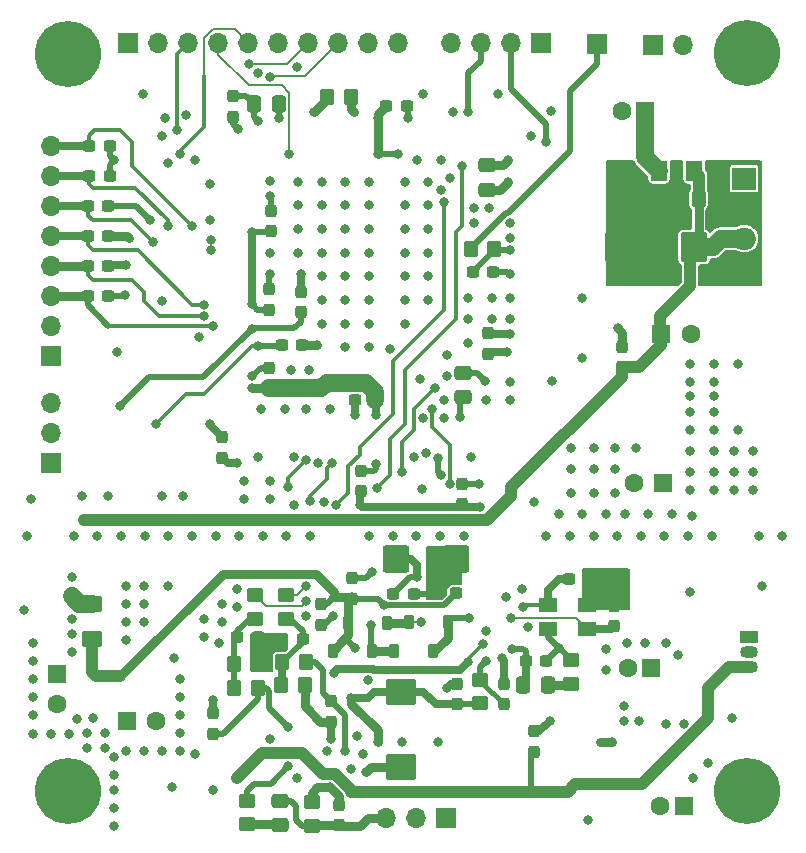
<source format=gbl>
G04 #@! TF.GenerationSoftware,KiCad,Pcbnew,7.0.2*
G04 #@! TF.CreationDate,2023-11-03T22:13:05+01:00*
G04 #@! TF.ProjectId,stm_audio_board_V2,73746d5f-6175-4646-996f-5f626f617264,rev?*
G04 #@! TF.SameCoordinates,Original*
G04 #@! TF.FileFunction,Copper,L4,Bot*
G04 #@! TF.FilePolarity,Positive*
%FSLAX46Y46*%
G04 Gerber Fmt 4.6, Leading zero omitted, Abs format (unit mm)*
G04 Created by KiCad (PCBNEW 7.0.2) date 2023-11-03 22:13:05*
%MOMM*%
%LPD*%
G01*
G04 APERTURE LIST*
G04 Aperture macros list*
%AMRoundRect*
0 Rectangle with rounded corners*
0 $1 Rounding radius*
0 $2 $3 $4 $5 $6 $7 $8 $9 X,Y pos of 4 corners*
0 Add a 4 corners polygon primitive as box body*
4,1,4,$2,$3,$4,$5,$6,$7,$8,$9,$2,$3,0*
0 Add four circle primitives for the rounded corners*
1,1,$1+$1,$2,$3*
1,1,$1+$1,$4,$5*
1,1,$1+$1,$6,$7*
1,1,$1+$1,$8,$9*
0 Add four rect primitives between the rounded corners*
20,1,$1+$1,$2,$3,$4,$5,0*
20,1,$1+$1,$4,$5,$6,$7,0*
20,1,$1+$1,$6,$7,$8,$9,0*
20,1,$1+$1,$8,$9,$2,$3,0*%
G04 Aperture macros list end*
G04 #@! TA.AperFunction,SMDPad,CuDef*
%ADD10RoundRect,0.225000X-0.225000X-0.375000X0.225000X-0.375000X0.225000X0.375000X-0.225000X0.375000X0*%
G04 #@! TD*
G04 #@! TA.AperFunction,ComponentPad*
%ADD11C,5.600000*%
G04 #@! TD*
G04 #@! TA.AperFunction,ComponentPad*
%ADD12R,2.000000X1.905000*%
G04 #@! TD*
G04 #@! TA.AperFunction,ComponentPad*
%ADD13O,2.000000X1.905000*%
G04 #@! TD*
G04 #@! TA.AperFunction,ComponentPad*
%ADD14R,1.500000X1.050000*%
G04 #@! TD*
G04 #@! TA.AperFunction,ComponentPad*
%ADD15O,1.500000X1.050000*%
G04 #@! TD*
G04 #@! TA.AperFunction,ComponentPad*
%ADD16R,1.700000X1.700000*%
G04 #@! TD*
G04 #@! TA.AperFunction,ComponentPad*
%ADD17O,1.700000X1.700000*%
G04 #@! TD*
G04 #@! TA.AperFunction,SMDPad,CuDef*
%ADD18RoundRect,0.237500X0.237500X-0.300000X0.237500X0.300000X-0.237500X0.300000X-0.237500X-0.300000X0*%
G04 #@! TD*
G04 #@! TA.AperFunction,SMDPad,CuDef*
%ADD19RoundRect,0.237500X-0.237500X0.300000X-0.237500X-0.300000X0.237500X-0.300000X0.237500X0.300000X0*%
G04 #@! TD*
G04 #@! TA.AperFunction,SMDPad,CuDef*
%ADD20RoundRect,0.237500X-0.300000X-0.237500X0.300000X-0.237500X0.300000X0.237500X-0.300000X0.237500X0*%
G04 #@! TD*
G04 #@! TA.AperFunction,SMDPad,CuDef*
%ADD21RoundRect,0.250000X0.337500X0.475000X-0.337500X0.475000X-0.337500X-0.475000X0.337500X-0.475000X0*%
G04 #@! TD*
G04 #@! TA.AperFunction,ComponentPad*
%ADD22R,1.600000X1.600000*%
G04 #@! TD*
G04 #@! TA.AperFunction,ComponentPad*
%ADD23C,1.600000*%
G04 #@! TD*
G04 #@! TA.AperFunction,SMDPad,CuDef*
%ADD24RoundRect,0.250000X0.350000X0.450000X-0.350000X0.450000X-0.350000X-0.450000X0.350000X-0.450000X0*%
G04 #@! TD*
G04 #@! TA.AperFunction,SMDPad,CuDef*
%ADD25R,1.600000X1.300000*%
G04 #@! TD*
G04 #@! TA.AperFunction,SMDPad,CuDef*
%ADD26RoundRect,0.237500X0.300000X0.237500X-0.300000X0.237500X-0.300000X-0.237500X0.300000X-0.237500X0*%
G04 #@! TD*
G04 #@! TA.AperFunction,SMDPad,CuDef*
%ADD27RoundRect,0.250001X-0.462499X-0.624999X0.462499X-0.624999X0.462499X0.624999X-0.462499X0.624999X0*%
G04 #@! TD*
G04 #@! TA.AperFunction,SMDPad,CuDef*
%ADD28RoundRect,0.250000X-0.450000X0.350000X-0.450000X-0.350000X0.450000X-0.350000X0.450000X0.350000X0*%
G04 #@! TD*
G04 #@! TA.AperFunction,SMDPad,CuDef*
%ADD29RoundRect,0.250000X-1.025000X0.875000X-1.025000X-0.875000X1.025000X-0.875000X1.025000X0.875000X0*%
G04 #@! TD*
G04 #@! TA.AperFunction,SMDPad,CuDef*
%ADD30RoundRect,0.250000X-0.350000X-0.450000X0.350000X-0.450000X0.350000X0.450000X-0.350000X0.450000X0*%
G04 #@! TD*
G04 #@! TA.AperFunction,SMDPad,CuDef*
%ADD31RoundRect,0.250001X-0.624999X0.462499X-0.624999X-0.462499X0.624999X-0.462499X0.624999X0.462499X0*%
G04 #@! TD*
G04 #@! TA.AperFunction,SMDPad,CuDef*
%ADD32RoundRect,0.250000X-0.475000X0.337500X-0.475000X-0.337500X0.475000X-0.337500X0.475000X0.337500X0*%
G04 #@! TD*
G04 #@! TA.AperFunction,SMDPad,CuDef*
%ADD33RoundRect,0.250000X-0.875000X-0.925000X0.875000X-0.925000X0.875000X0.925000X-0.875000X0.925000X0*%
G04 #@! TD*
G04 #@! TA.AperFunction,SMDPad,CuDef*
%ADD34RoundRect,0.250000X0.450000X-0.350000X0.450000X0.350000X-0.450000X0.350000X-0.450000X-0.350000X0*%
G04 #@! TD*
G04 #@! TA.AperFunction,SMDPad,CuDef*
%ADD35RoundRect,0.250000X0.475000X-0.337500X0.475000X0.337500X-0.475000X0.337500X-0.475000X-0.337500X0*%
G04 #@! TD*
G04 #@! TA.AperFunction,SMDPad,CuDef*
%ADD36RoundRect,0.250000X0.875000X1.025000X-0.875000X1.025000X-0.875000X-1.025000X0.875000X-1.025000X0*%
G04 #@! TD*
G04 #@! TA.AperFunction,ViaPad*
%ADD37C,0.800000*%
G04 #@! TD*
G04 #@! TA.AperFunction,Conductor*
%ADD38C,0.200000*%
G04 #@! TD*
G04 #@! TA.AperFunction,Conductor*
%ADD39C,0.508000*%
G04 #@! TD*
G04 #@! TA.AperFunction,Conductor*
%ADD40C,0.762000*%
G04 #@! TD*
G04 #@! TA.AperFunction,Conductor*
%ADD41C,0.635000*%
G04 #@! TD*
G04 #@! TA.AperFunction,Conductor*
%ADD42C,1.016000*%
G04 #@! TD*
G04 #@! TA.AperFunction,Conductor*
%ADD43C,0.304800*%
G04 #@! TD*
G04 #@! TA.AperFunction,Conductor*
%ADD44C,1.524000*%
G04 #@! TD*
G04 #@! TA.AperFunction,Conductor*
%ADD45C,0.400000*%
G04 #@! TD*
G04 #@! TA.AperFunction,Conductor*
%ADD46C,0.500000*%
G04 #@! TD*
G04 APERTURE END LIST*
D10*
X214670000Y-98075000D03*
X211370000Y-98075000D03*
X219770000Y-98025000D03*
X216470000Y-98025000D03*
X210030000Y-100425000D03*
X213330000Y-100425000D03*
X215230000Y-100475000D03*
X218530000Y-100475000D03*
D11*
X245099000Y-112333000D03*
D12*
X244877000Y-60471000D03*
D13*
X244877000Y-63011000D03*
X244877000Y-65551000D03*
D14*
X245325000Y-99275000D03*
D15*
X245325000Y-100545000D03*
X245325000Y-101815000D03*
D16*
X232457000Y-49069000D03*
X192739000Y-48975000D03*
D17*
X195279000Y-48975000D03*
X197819000Y-48975000D03*
X200359000Y-48975000D03*
X202899000Y-48975000D03*
X205439000Y-48975000D03*
X207979000Y-48975000D03*
X210519000Y-48975000D03*
X213059000Y-48975000D03*
X215599000Y-48975000D03*
D11*
X187599000Y-49887000D03*
X245099000Y-49833000D03*
X187599000Y-112333000D03*
D16*
X186229000Y-84563000D03*
D17*
X186229000Y-82023000D03*
X186229000Y-79483000D03*
D16*
X186229000Y-75455000D03*
D17*
X186229000Y-72915000D03*
X186229000Y-70375000D03*
X186229000Y-67835000D03*
X186229000Y-65295000D03*
X186229000Y-62755000D03*
X186229000Y-60215000D03*
X186229000Y-57675000D03*
D16*
X237187000Y-49127000D03*
D17*
X239727000Y-49127000D03*
D16*
X227633000Y-48975000D03*
D17*
X225093000Y-48975000D03*
X222553000Y-48975000D03*
X220013000Y-48975000D03*
D16*
X219613000Y-114601000D03*
D17*
X217073000Y-114601000D03*
X214533000Y-114601000D03*
D18*
X227089000Y-108985500D03*
X227089000Y-107260500D03*
D19*
X220543000Y-103238524D03*
X220543000Y-104963524D03*
D20*
X189314500Y-67885000D03*
X191039500Y-67885000D03*
D19*
X200657000Y-82378500D03*
X200657000Y-84103500D03*
D21*
X241010500Y-62163000D03*
X238935500Y-62163000D03*
D22*
X236498241Y-54733000D03*
D23*
X234498241Y-54733000D03*
D24*
X203674999Y-103569000D03*
X201674999Y-103569000D03*
D25*
X228309000Y-96595000D03*
X231609000Y-96595000D03*
X231609000Y-98595000D03*
X228309000Y-98595000D03*
D26*
X223603500Y-68346334D03*
X221878500Y-68346334D03*
D27*
X237663500Y-59817000D03*
X240638500Y-59817000D03*
D28*
X206063664Y-95711000D03*
X206063664Y-97711000D03*
D24*
X203709665Y-101537000D03*
X201709665Y-101537000D03*
D22*
X192583000Y-106401759D03*
D23*
X195083000Y-106401759D03*
D20*
X201966500Y-99315004D03*
X203691500Y-99315004D03*
D26*
X213643500Y-79177000D03*
X211918500Y-79177000D03*
D22*
X186714241Y-102437000D03*
D23*
X186714241Y-104937000D03*
D20*
X189314500Y-70431000D03*
X191039500Y-70431000D03*
D18*
X234540000Y-76447500D03*
X234540000Y-74722500D03*
D29*
X215838976Y-103913000D03*
X215838976Y-110313000D03*
D22*
X237843000Y-73635759D03*
D23*
X240343000Y-73635759D03*
D28*
X222541000Y-102901024D03*
X222541000Y-104901024D03*
D26*
X216900000Y-95600000D03*
X215175000Y-95600000D03*
D30*
X205761661Y-101409000D03*
X207761661Y-101409000D03*
D31*
X189617000Y-96439500D03*
X189617000Y-99414500D03*
D32*
X223107400Y-59338300D03*
X223107400Y-61413300D03*
D18*
X204781000Y-64941500D03*
X204781000Y-63216500D03*
D26*
X220465500Y-95583000D03*
X218740500Y-95583000D03*
D18*
X207321000Y-71753500D03*
X207321000Y-70028500D03*
D33*
X215382000Y-92710000D03*
X220482000Y-92710000D03*
D26*
X231755500Y-94385000D03*
X230030500Y-94385000D03*
D30*
X209582000Y-53594000D03*
X211582000Y-53594000D03*
D18*
X224525000Y-104963524D03*
X224525000Y-103238524D03*
D20*
X189314500Y-65339000D03*
X191039500Y-65339000D03*
X205761163Y-99451000D03*
X207486163Y-99451000D03*
X189432500Y-60267000D03*
X191157500Y-60267000D03*
D19*
X209081000Y-96506500D03*
X209081000Y-98231500D03*
D28*
X203488998Y-95711000D03*
X203488998Y-97711000D03*
D18*
X212393400Y-86910700D03*
X212393400Y-85185700D03*
D19*
X210531999Y-113501500D03*
X210531999Y-115226500D03*
D18*
X201605000Y-55223500D03*
X201605000Y-53498500D03*
D20*
X189426500Y-57727000D03*
X191151500Y-57727000D03*
D24*
X223727000Y-66384334D03*
X221727000Y-66384334D03*
D34*
X202808996Y-115127000D03*
X202808996Y-113127000D03*
D18*
X204653000Y-78195500D03*
X204653000Y-76470500D03*
D35*
X221086400Y-78960300D03*
X221086400Y-76885300D03*
D18*
X221013000Y-88023500D03*
X221013000Y-86298500D03*
D34*
X230173000Y-103225000D03*
X230173000Y-101225000D03*
D22*
X237006241Y-101881000D03*
D23*
X235006241Y-101881000D03*
D22*
X239773000Y-113562241D03*
D23*
X237773000Y-113562241D03*
D21*
X228259500Y-103322000D03*
X226184500Y-103322000D03*
D34*
X208262996Y-115241000D03*
X208262996Y-113241000D03*
D18*
X209908330Y-106429500D03*
X209908330Y-104704500D03*
D20*
X189314500Y-62793000D03*
X191039500Y-62793000D03*
D19*
X223163000Y-73552500D03*
X223163000Y-75277500D03*
D18*
X204653000Y-71561500D03*
X204653000Y-69836500D03*
D36*
X240633000Y-66257000D03*
X234233000Y-66257000D03*
D21*
X205450100Y-54178200D03*
X203375100Y-54178200D03*
D35*
X205609004Y-115210500D03*
X205609004Y-113135500D03*
D20*
X205738500Y-74575000D03*
X207463500Y-74575000D03*
D18*
X233831000Y-98361500D03*
X233831000Y-96636500D03*
D20*
X214564476Y-54315000D03*
X216289476Y-54315000D03*
D19*
X199896996Y-105748501D03*
X199896996Y-107473501D03*
D22*
X238022241Y-86229000D03*
D23*
X235522241Y-86229000D03*
D18*
X211671000Y-96033494D03*
X211671000Y-94308494D03*
D26*
X228089500Y-101297000D03*
X226364500Y-101297000D03*
D24*
X207693000Y-103377668D03*
X205693000Y-103377668D03*
D37*
X188400000Y-106200000D03*
X187700000Y-107500000D03*
X184676000Y-107500000D03*
X186200000Y-107500000D03*
X211900000Y-100200000D03*
X213300000Y-98300000D03*
X217500000Y-98000000D03*
X214400000Y-96600000D03*
X213400000Y-93800000D03*
X228400000Y-106400000D03*
X226800000Y-112360000D03*
X222769009Y-99884500D03*
X197612000Y-55118000D03*
X210100000Y-97500000D03*
X216120000Y-70740000D03*
X225044000Y-72346000D03*
X213120000Y-60740000D03*
X207120000Y-60740000D03*
X242316000Y-80264000D03*
X248120000Y-90740000D03*
X207314800Y-68580000D03*
X200660000Y-96520000D03*
X245618000Y-85344000D03*
X217120000Y-90740000D03*
X240284000Y-77724000D03*
X209296000Y-87884000D03*
X208026000Y-76708000D03*
X204724000Y-66802000D03*
X196120000Y-90740000D03*
X199898000Y-112268000D03*
X211120000Y-74740000D03*
X201930000Y-84582000D03*
X240284000Y-85344000D03*
X237744000Y-68072000D03*
X192532000Y-108966000D03*
X187960000Y-99060000D03*
X196088000Y-59182000D03*
X244030000Y-83566000D03*
X213120000Y-66740000D03*
X194056000Y-94996000D03*
X232120000Y-90740000D03*
X233934000Y-85090000D03*
X226822000Y-56896000D03*
X207120000Y-66740000D03*
X238760000Y-88900000D03*
X234696000Y-106426000D03*
X207120000Y-64740000D03*
X192481200Y-70358000D03*
X231172000Y-88900000D03*
X211120000Y-68740000D03*
X235204000Y-69088000D03*
X200120000Y-90740000D03*
X240120000Y-90740000D03*
X233121200Y-94183200D03*
X221996000Y-62992000D03*
X240284000Y-86868000D03*
X204724000Y-87630000D03*
X221520000Y-70612000D03*
X197104000Y-108966000D03*
X189230000Y-107442000D03*
X192532000Y-98044000D03*
X190754000Y-107442000D03*
X237744000Y-61976000D03*
X233172000Y-100330000D03*
X242316000Y-76200000D03*
X213120000Y-90740000D03*
X223266000Y-62992000D03*
X211836000Y-54864000D03*
X234645200Y-94183200D03*
X204724000Y-60706000D03*
X240284000Y-81788000D03*
X230120000Y-90740000D03*
X216120000Y-60740000D03*
X207804000Y-80010000D03*
X222453200Y-86309200D03*
X232188000Y-83312000D03*
X195580000Y-108966000D03*
X198374000Y-109220000D03*
X241808000Y-109982000D03*
X209120000Y-64740000D03*
X191516000Y-113792000D03*
X236220000Y-65024000D03*
X221520000Y-72390000D03*
X213120000Y-74740000D03*
X199644000Y-64008000D03*
X242824000Y-61976000D03*
X219120000Y-90740000D03*
X231140000Y-75692000D03*
X223044000Y-79248000D03*
X192532000Y-94996000D03*
X244030000Y-85344000D03*
X245618000Y-86868000D03*
X238252000Y-99822000D03*
X243840000Y-106172000D03*
X244348000Y-76200000D03*
X236220000Y-63500000D03*
X213120000Y-64740000D03*
X209120000Y-66740000D03*
X234188000Y-64008000D03*
X218120000Y-60740000D03*
X242824000Y-59944000D03*
X217424000Y-77470000D03*
X220218000Y-54864000D03*
X202120000Y-90740000D03*
X195580000Y-70803500D03*
X218120000Y-70740000D03*
X184658000Y-102870000D03*
X231648000Y-114808000D03*
X231137500Y-70612000D03*
X208687000Y-74575000D03*
X202539600Y-87630000D03*
X216916000Y-84074000D03*
X242316000Y-81788000D03*
X194056000Y-98044000D03*
X236220000Y-68072000D03*
X194564000Y-64008000D03*
X218120000Y-62740000D03*
X197104000Y-102870000D03*
X233172000Y-102108000D03*
X216408000Y-55372000D03*
X207010000Y-111252000D03*
X228500000Y-54700000D03*
X239268000Y-63500000D03*
X195580000Y-87376000D03*
X206502000Y-76708000D03*
X187960000Y-94234000D03*
X218948000Y-94234000D03*
X246120000Y-90740000D03*
X221600000Y-97700000D03*
X242284000Y-86868000D03*
X216120000Y-68740000D03*
X234188000Y-60452000D03*
X203200000Y-77216000D03*
X217202000Y-58928000D03*
X191516000Y-110998000D03*
X211918500Y-80518000D03*
X233934000Y-83312000D03*
X232188000Y-87122000D03*
X238252000Y-106680000D03*
X187960000Y-100584000D03*
X219710000Y-77216000D03*
X203708000Y-51562000D03*
X208788000Y-84582000D03*
X213664800Y-84644500D03*
X212598000Y-109220000D03*
X230188000Y-83312000D03*
X211120000Y-66740000D03*
X224790000Y-75184000D03*
X221742000Y-84074000D03*
X211120000Y-64740000D03*
X244348000Y-69088000D03*
X209804000Y-80010000D03*
X211120000Y-60740000D03*
X244348000Y-81788000D03*
X228120000Y-90740000D03*
X221488000Y-74422000D03*
X206756000Y-84074000D03*
X190754000Y-108712000D03*
X209804000Y-112014000D03*
X208120000Y-90740000D03*
X219202000Y-58928000D03*
X192532000Y-99568000D03*
X184120000Y-90740000D03*
X228600000Y-77597000D03*
X237744000Y-66548000D03*
X236474000Y-99822000D03*
X232188000Y-85090000D03*
X198120000Y-90740000D03*
X199898000Y-104648000D03*
X187960000Y-97790000D03*
X234188000Y-73152000D03*
X226600000Y-98400000D03*
X209120000Y-60740000D03*
X201930000Y-96774000D03*
X236728000Y-69088000D03*
X234120000Y-90740000D03*
X230188000Y-87122000D03*
X236220000Y-66548000D03*
X224332800Y-101092000D03*
X203994000Y-80010000D03*
X211120000Y-70740000D03*
X200660000Y-98044000D03*
X233934000Y-87122000D03*
X204724000Y-86106000D03*
X209120000Y-72740000D03*
X194120000Y-90740000D03*
X211582000Y-110490000D03*
X199136000Y-99314000D03*
X242120000Y-90740000D03*
X233680000Y-69088000D03*
X221996000Y-64262000D03*
X225044000Y-70612000D03*
X240538000Y-111252000D03*
X213060500Y-102915500D03*
X219700000Y-103600000D03*
X206120000Y-90740000D03*
X199745600Y-65633600D03*
X242316000Y-77724000D03*
X219710000Y-75438000D03*
X216120000Y-62740000D03*
X217678000Y-80772000D03*
X215120000Y-90740000D03*
X223520000Y-72390000D03*
X237744000Y-63500000D03*
X234950000Y-99822000D03*
X236220000Y-60452000D03*
X226060000Y-95250000D03*
X189738000Y-106172000D03*
X191516000Y-109474000D03*
X184531000Y-87630000D03*
X219456000Y-80772000D03*
X209550000Y-108966000D03*
X219456000Y-79248000D03*
X229172000Y-88900000D03*
X242284000Y-85344000D03*
X198700000Y-73900000D03*
X188823600Y-87376000D03*
X184658000Y-101346000D03*
X202539600Y-86106000D03*
X240284000Y-83566000D03*
X234645200Y-95199200D03*
X195834000Y-55372000D03*
X225044000Y-64262000D03*
X236120000Y-90740000D03*
X238120000Y-90740000D03*
X209120000Y-70740000D03*
X225044000Y-77724000D03*
X191770000Y-75184000D03*
X220345000Y-94234000D03*
X217576400Y-86715600D03*
X245618000Y-83566000D03*
X196437523Y-111960705D03*
X215900000Y-108204000D03*
X222961200Y-77622400D03*
X225044000Y-79248000D03*
X237744000Y-65024000D03*
X204724000Y-100457000D03*
X199745600Y-66548000D03*
X206756000Y-88138000D03*
X194056000Y-96520000D03*
X205994000Y-80010000D03*
X234760000Y-88900000D03*
X214884000Y-74930000D03*
X242824000Y-67564000D03*
X246380000Y-94996000D03*
X236760000Y-88900000D03*
X240284000Y-95504000D03*
X217900000Y-83700000D03*
X218120000Y-64740000D03*
X218120000Y-68740000D03*
X209120000Y-68740000D03*
X245872000Y-69088000D03*
X184658000Y-105918000D03*
X219202000Y-61468000D03*
X218948000Y-108204000D03*
X235966000Y-106426000D03*
X198374000Y-58928000D03*
X223520000Y-70612000D03*
X236220000Y-61976000D03*
X211120000Y-72740000D03*
X191516000Y-112268000D03*
X196088000Y-94996000D03*
X223012000Y-98806000D03*
X209120000Y-62740000D03*
X203708000Y-55563576D03*
X216120000Y-72740000D03*
X245872000Y-67564000D03*
X239754879Y-106658879D03*
X234188000Y-61976000D03*
X221120000Y-90740000D03*
X199644000Y-60960000D03*
X191008000Y-87376000D03*
X207772000Y-97536000D03*
X199136000Y-97790000D03*
X244348000Y-67564000D03*
X197104000Y-107442000D03*
X240284000Y-76200000D03*
X213120000Y-68740000D03*
X230188000Y-85090000D03*
X213120000Y-70740000D03*
X224028000Y-53340000D03*
X204120000Y-90740000D03*
X212090000Y-107696000D03*
X224698128Y-95918628D03*
X213120000Y-72740000D03*
X219964000Y-60452000D03*
X200406000Y-99822000D03*
X192786000Y-65532000D03*
X195580000Y-56896000D03*
X188120000Y-90740000D03*
X216120000Y-64740000D03*
X212852000Y-110744000D03*
X211120000Y-62740000D03*
X227076000Y-87884000D03*
X192532000Y-96520000D03*
X234696000Y-105156000D03*
X242284000Y-83566000D03*
X216120000Y-66740000D03*
X192120000Y-90740000D03*
X242824000Y-69088000D03*
X196596000Y-101092000D03*
X240284000Y-80264000D03*
X233121200Y-95199200D03*
X197104000Y-105918000D03*
X197104000Y-104394000D03*
X189230000Y-108712000D03*
X194056000Y-108966000D03*
X235712000Y-83312000D03*
X184658000Y-104394000D03*
X233172000Y-88900000D03*
X218120000Y-66740000D03*
X207010000Y-51054000D03*
X204724000Y-61976000D03*
X204724000Y-107950000D03*
X197358000Y-87376000D03*
X244030000Y-86868000D03*
X191516000Y-115316000D03*
X203708000Y-84074000D03*
X213120000Y-62740000D03*
X201930000Y-95250000D03*
X204724000Y-68580000D03*
X190120000Y-90740000D03*
X225044000Y-65532000D03*
X229209250Y-100177250D03*
X225044000Y-68580000D03*
X238252000Y-69088000D03*
X240437000Y-89057000D03*
X242316000Y-78846000D03*
X184658000Y-99822000D03*
X207120000Y-62740000D03*
X183896000Y-97028000D03*
X191516000Y-58928000D03*
X192532000Y-67818000D03*
X242824000Y-63500000D03*
X240284000Y-78846000D03*
X224840800Y-60756800D03*
X239268000Y-100838000D03*
X208471500Y-54852158D03*
X196850000Y-56388000D03*
X206360613Y-58420000D03*
X197104000Y-58420000D03*
X202946000Y-50800000D03*
X188976000Y-89408000D03*
X187960000Y-95813000D03*
X204739500Y-51878500D03*
X222474344Y-88285000D03*
X203200000Y-65024000D03*
X203200000Y-71120000D03*
X213868000Y-55372000D03*
X193954400Y-53340000D03*
X215571500Y-58420000D03*
X202058288Y-56259712D03*
X225044000Y-73660000D03*
X199644000Y-81280000D03*
X217678000Y-53340000D03*
X212344000Y-88138000D03*
X213676500Y-80518000D03*
X203200000Y-78232000D03*
X213868000Y-58420000D03*
X223012000Y-101346000D03*
X219938500Y-86360000D03*
X218440000Y-80010000D03*
X218694000Y-78232000D03*
X215900000Y-85344000D03*
X207772000Y-84328000D03*
X206248000Y-86551500D03*
X219188622Y-85584622D03*
X218948000Y-84136500D03*
X210312000Y-88138000D03*
X219456000Y-62484000D03*
X213763211Y-86656289D03*
X220980000Y-59436000D03*
X208120000Y-87740000D03*
X210005833Y-84529833D03*
X213868000Y-108204000D03*
X211601000Y-104413000D03*
X210171622Y-95909500D03*
X189992000Y-102616000D03*
X206248000Y-110236000D03*
X211074000Y-108966000D03*
X225044000Y-66548000D03*
X225171000Y-97645000D03*
X226187000Y-96774000D03*
X225200000Y-100300000D03*
X201930000Y-111252000D03*
X210110000Y-102310000D03*
X233680000Y-108204000D03*
X221491442Y-101403096D03*
X217170000Y-94234000D03*
X228092000Y-57404000D03*
X221488000Y-54864000D03*
X207772000Y-94996000D03*
X207772000Y-96266000D03*
X195072000Y-81280000D03*
X203708000Y-74676000D03*
X199136000Y-72136000D03*
X198120000Y-64516000D03*
X199884622Y-72911378D03*
X196088000Y-64516000D03*
X194789157Y-65814843D03*
X192024000Y-79756000D03*
X203195076Y-73156924D03*
X199120535Y-71135465D03*
X209908330Y-107950000D03*
X206248000Y-106934000D03*
X220827600Y-80619600D03*
X224872000Y-58928000D03*
X205486000Y-55372000D03*
D38*
X211177500Y-99477500D02*
X210977500Y-99477500D01*
D39*
X211900000Y-100200000D02*
X211177500Y-99477500D01*
D40*
X210977500Y-99477500D02*
X210030000Y-100425000D01*
X211370000Y-99085000D02*
X210977500Y-99477500D01*
D38*
X213300000Y-100395000D02*
X213330000Y-100425000D01*
D39*
X213300000Y-98300000D02*
X213300000Y-100395000D01*
D38*
X216495000Y-98000000D02*
X216470000Y-98025000D01*
X217500000Y-98000000D02*
X216495000Y-98000000D01*
D40*
X219770000Y-99330000D02*
X219770000Y-98025000D01*
X218625000Y-100475000D02*
X219770000Y-99330000D01*
X218530000Y-100475000D02*
X218625000Y-100475000D01*
D39*
X219448500Y-96600000D02*
X214400000Y-96600000D01*
X220465500Y-95583000D02*
X219448500Y-96600000D01*
X219775000Y-98025000D02*
X220100000Y-97700000D01*
X220100000Y-97700000D02*
X221600000Y-97700000D01*
X219770000Y-98025000D02*
X219775000Y-98025000D01*
X209574622Y-96506500D02*
X210171622Y-95909500D01*
X209081000Y-96506500D02*
X209574622Y-96506500D01*
X214400000Y-96600000D02*
X213833494Y-96033494D01*
X213833494Y-96033494D02*
X211671000Y-96033494D01*
D40*
X213330000Y-100425000D02*
X215180000Y-100425000D01*
X215180000Y-100425000D02*
X215230000Y-100475000D01*
X216420000Y-98075000D02*
X216470000Y-98025000D01*
X214670000Y-98075000D02*
X216420000Y-98075000D01*
X211370000Y-98075000D02*
X211370000Y-99085000D01*
X211370000Y-96334494D02*
X211671000Y-96033494D01*
X211370000Y-98075000D02*
X211370000Y-96334494D01*
X211547006Y-95909500D02*
X211671000Y-96033494D01*
X210171622Y-95909500D02*
X211547006Y-95909500D01*
D39*
X216900000Y-95600000D02*
X218723500Y-95600000D01*
X218723500Y-95600000D02*
X218740500Y-95583000D01*
X215175000Y-95600000D02*
X216541000Y-94234000D01*
X216541000Y-94234000D02*
X217170000Y-94234000D01*
X209302000Y-98298000D02*
X209147500Y-98298000D01*
X210100000Y-97500000D02*
X209302000Y-98298000D01*
D41*
X220794538Y-102100000D02*
X221491442Y-101403096D01*
X213440541Y-101998000D02*
X213542541Y-102100000D01*
X210422000Y-101998000D02*
X213440541Y-101998000D01*
X213542541Y-102100000D02*
X220794538Y-102100000D01*
X210110000Y-102310000D02*
X210422000Y-101998000D01*
X220061476Y-103238524D02*
X220543000Y-103238524D01*
X219700000Y-103600000D02*
X220061476Y-103238524D01*
D39*
X208509000Y-101409000D02*
X207761661Y-101409000D01*
X209200000Y-102100000D02*
X208509000Y-101409000D01*
X209200000Y-103996170D02*
X209200000Y-102100000D01*
X209804000Y-104600170D02*
X209200000Y-103996170D01*
X212891506Y-94308494D02*
X213400000Y-93800000D01*
X211671000Y-94308494D02*
X212891506Y-94308494D01*
X211671000Y-96033494D02*
X211671000Y-95689058D01*
D40*
X210171622Y-95469463D02*
X210171622Y-95909500D01*
D41*
X227539500Y-107260500D02*
X228400000Y-106400000D01*
X227089000Y-107260500D02*
X227539500Y-107260500D01*
D39*
X226800000Y-109274500D02*
X227089000Y-108985500D01*
X226800000Y-112360000D02*
X226800000Y-109274500D01*
D42*
X226800000Y-112360000D02*
X211620999Y-112360000D01*
X229931442Y-112360000D02*
X226800000Y-112360000D01*
D39*
X226364800Y-100482400D02*
X226364800Y-101296700D01*
X226182400Y-100300000D02*
X226364800Y-100482400D01*
X226364800Y-101296700D02*
X226364500Y-101297000D01*
X225200000Y-100300000D02*
X226182400Y-100300000D01*
D43*
X221491442Y-101162067D02*
X222769009Y-99884500D01*
X221491442Y-101403096D02*
X221491442Y-101162067D01*
D42*
X207426000Y-109128000D02*
X204054000Y-109128000D01*
X211620999Y-112264050D02*
X210262949Y-110906000D01*
X211620999Y-112360000D02*
X211620999Y-112264050D01*
X209204000Y-110906000D02*
X207426000Y-109128000D01*
X204054000Y-109128000D02*
X201930000Y-111252000D01*
X230531442Y-111760000D02*
X229931442Y-112360000D01*
X210262949Y-110906000D02*
X209204000Y-110906000D01*
D40*
X208602159Y-93900000D02*
X210171622Y-95469463D01*
X200740000Y-93900000D02*
X208602159Y-93900000D01*
X192024000Y-102616000D02*
X200740000Y-93900000D01*
X234188000Y-73152000D02*
X234569000Y-73533000D01*
D39*
X202695400Y-53498500D02*
X203375100Y-54178200D01*
X223603500Y-68346334D02*
X224810334Y-68346334D01*
D40*
X224184300Y-61413300D02*
X224840800Y-60756800D01*
D39*
X229209250Y-100177250D02*
X228089500Y-101297000D01*
X201605000Y-53498500D02*
X202695400Y-53498500D01*
D40*
X211582000Y-53594000D02*
X211582000Y-54610000D01*
D39*
X204781000Y-62033000D02*
X204724000Y-61976000D01*
D41*
X224790000Y-75184000D02*
X223256500Y-75184000D01*
D39*
X229225250Y-100177250D02*
X230373000Y-101325000D01*
D41*
X207321000Y-68586200D02*
X207321000Y-70028500D01*
D39*
X199898000Y-104648000D02*
X199896996Y-104649004D01*
D40*
X208687000Y-74575000D02*
X207463500Y-74575000D01*
D39*
X191151500Y-58563500D02*
X191516000Y-58928000D01*
X194564000Y-64008000D02*
X193349000Y-62793000D01*
D40*
X208280000Y-112944000D02*
X208280000Y-112471200D01*
D39*
X191516000Y-58928000D02*
X191157500Y-59286500D01*
X204781000Y-63216500D02*
X204781000Y-62033000D01*
D41*
X201930000Y-84582000D02*
X201135500Y-84582000D01*
D39*
X216408000Y-55372000D02*
X216408000Y-54433524D01*
X229209250Y-100177250D02*
X229225250Y-100177250D01*
X224810334Y-68346334D02*
X225044000Y-68580000D01*
X204653000Y-68651000D02*
X204724000Y-68580000D01*
D40*
X211582000Y-54610000D02*
X211836000Y-54864000D01*
D39*
X204653000Y-69836500D02*
X204653000Y-68651000D01*
X213664800Y-85039200D02*
X213518300Y-85185700D01*
X216408000Y-54433524D02*
X216289476Y-54315000D01*
D40*
X234569000Y-74693500D02*
X234540000Y-74722500D01*
D41*
X207314800Y-68580000D02*
X207321000Y-68586200D01*
D39*
X228309000Y-99277000D02*
X228309000Y-98595000D01*
D41*
X220522800Y-103218324D02*
X220543000Y-103238524D01*
D39*
X222453200Y-86309200D02*
X222442500Y-86298500D01*
D40*
X208577000Y-113241000D02*
X208280000Y-112944000D01*
X208737200Y-112014000D02*
X209804000Y-112014000D01*
X238935500Y-62163000D02*
X237931000Y-62163000D01*
X208280000Y-112471200D02*
X208737200Y-112014000D01*
X210531999Y-113501500D02*
X210531999Y-112741999D01*
X215838976Y-110313000D02*
X213283000Y-110313000D01*
X210531999Y-112741999D02*
X209804000Y-112014000D01*
D39*
X191157500Y-59286500D02*
X191157500Y-60267000D01*
X221086400Y-76885300D02*
X222224100Y-76885300D01*
D40*
X192593000Y-65339000D02*
X192786000Y-65532000D01*
D39*
X191151500Y-57727000D02*
X191151500Y-58563500D01*
X204653000Y-76470500D02*
X203945500Y-76470500D01*
X222442500Y-86298500D02*
X221013000Y-86298500D01*
X213664800Y-84644500D02*
X213664800Y-85039200D01*
D41*
X199896996Y-104649004D02*
X199896996Y-105748501D01*
D39*
X193349000Y-62793000D02*
X191039500Y-62793000D01*
D40*
X213283000Y-110313000D02*
X212852000Y-110744000D01*
D39*
X229209250Y-100177250D02*
X228309000Y-99277000D01*
X192481200Y-70358000D02*
X192408200Y-70431000D01*
X203375100Y-55230676D02*
X203375100Y-54178200D01*
D40*
X234233000Y-64053000D02*
X234188000Y-64008000D01*
D41*
X224332800Y-101092000D02*
X224525000Y-101284200D01*
D39*
X192408200Y-70431000D02*
X191039500Y-70431000D01*
D40*
X223107400Y-61413300D02*
X224184300Y-61413300D01*
D41*
X201135500Y-84582000D02*
X200657000Y-84103500D01*
X192532000Y-67818000D02*
X191106500Y-67818000D01*
X211918500Y-80518000D02*
X211918500Y-79177000D01*
D40*
X191039500Y-65339000D02*
X192593000Y-65339000D01*
D39*
X203708000Y-55563576D02*
X203375100Y-55230676D01*
D44*
X234233000Y-66257000D02*
X234233000Y-64053000D01*
D41*
X224525000Y-101284200D02*
X224525000Y-103238524D01*
D39*
X222224100Y-76885300D02*
X222961200Y-77622400D01*
X203945500Y-76470500D02*
X203200000Y-77216000D01*
X213518300Y-85185700D02*
X212393400Y-85185700D01*
D40*
X234569000Y-73533000D02*
X234569000Y-74693500D01*
D39*
X191106500Y-67818000D02*
X191039500Y-67885000D01*
D40*
X237931000Y-62163000D02*
X237744000Y-61976000D01*
D42*
X209582000Y-53594000D02*
X209582000Y-53741658D01*
D40*
X209582000Y-53741658D02*
X208471500Y-54852158D01*
D43*
X196850000Y-49944000D02*
X197819000Y-48975000D01*
X196850000Y-56388000D02*
X196850000Y-49944000D01*
D38*
X202946000Y-52578000D02*
X200359000Y-49991000D01*
X206360613Y-58420000D02*
X206360613Y-53198613D01*
X206360613Y-53198613D02*
X205740000Y-52578000D01*
X200359000Y-49991000D02*
X200359000Y-48975000D01*
X205740000Y-52578000D02*
X202946000Y-52578000D01*
X199882654Y-47825000D02*
X199136000Y-48571654D01*
D43*
X199136000Y-56134000D02*
X199136000Y-51816000D01*
D38*
X201749000Y-47825000D02*
X199882654Y-47825000D01*
D43*
X197104000Y-58166000D02*
X199136000Y-56134000D01*
X197104000Y-58420000D02*
X197104000Y-58166000D01*
D38*
X202899000Y-48975000D02*
X201749000Y-47825000D01*
X199136000Y-48571654D02*
X199136000Y-51816000D01*
X202946000Y-50800000D02*
X206154000Y-50800000D01*
X206154000Y-50800000D02*
X207979000Y-48975000D01*
D42*
X225171000Y-87376000D02*
X223139000Y-89408000D01*
X241046000Y-62127500D02*
X241010500Y-62163000D01*
D44*
X240633000Y-66257000D02*
X242204841Y-66257000D01*
D42*
X240284000Y-69596000D02*
X240284000Y-66606000D01*
X225171000Y-86604344D02*
X225171000Y-87376000D01*
X237843000Y-74577000D02*
X237843000Y-73635759D01*
D44*
X242910841Y-65551000D02*
X244877000Y-65551000D01*
D40*
X241010500Y-65879500D02*
X240633000Y-66257000D01*
D42*
X240638500Y-59817000D02*
X241046000Y-60224500D01*
X223139000Y-89408000D02*
X188976000Y-89408000D01*
X234540000Y-77235344D02*
X225171000Y-86604344D01*
X234540000Y-76447500D02*
X235972500Y-76447500D01*
D40*
X241010500Y-62163000D02*
X241010500Y-65879500D01*
D44*
X242204841Y-66257000D02*
X242910841Y-65551000D01*
D42*
X235972500Y-76447500D02*
X237843000Y-74577000D01*
X237744000Y-73536759D02*
X237744000Y-72136000D01*
X241046000Y-60224500D02*
X241046000Y-62127500D01*
X237744000Y-72136000D02*
X240284000Y-69596000D01*
X234540000Y-76447500D02*
X234540000Y-77235344D01*
D44*
X189617000Y-96439500D02*
X188586500Y-96439500D01*
X188586500Y-96439500D02*
X187960000Y-95813000D01*
D38*
X204739500Y-51878500D02*
X204802000Y-51816000D01*
X204802000Y-51816000D02*
X207678000Y-51816000D01*
X207678000Y-51816000D02*
X210519000Y-48975000D01*
X222474344Y-88285000D02*
X222212844Y-88023500D01*
D44*
X204689500Y-78232000D02*
X209042000Y-78232000D01*
X212868000Y-77740000D02*
X213643500Y-78515500D01*
D41*
X212344000Y-86960100D02*
X212393400Y-86910700D01*
X212491000Y-88285000D02*
X212344000Y-88138000D01*
D39*
X204653000Y-71561500D02*
X203641500Y-71561500D01*
D38*
X222212844Y-88023500D02*
X221013000Y-88023500D01*
D40*
X213868000Y-55372000D02*
X213868000Y-55011476D01*
D41*
X203200000Y-71120000D02*
X203200000Y-65024000D01*
X212344000Y-88138000D02*
X212344000Y-86960100D01*
X222474344Y-88285000D02*
X212491000Y-88285000D01*
D39*
X201605000Y-55223500D02*
X201605000Y-55806424D01*
D44*
X209042000Y-78232000D02*
X209534000Y-77740000D01*
X204653000Y-78195500D02*
X204689500Y-78232000D01*
D41*
X199644000Y-81365500D02*
X200657000Y-82378500D01*
D39*
X213868000Y-58420000D02*
X215571500Y-58420000D01*
D44*
X209534000Y-77740000D02*
X212868000Y-77740000D01*
D39*
X203641500Y-71561500D02*
X203200000Y-71120000D01*
D40*
X213868000Y-55372000D02*
X213868000Y-58420000D01*
D44*
X213643500Y-78515500D02*
X213643500Y-79177000D01*
D41*
X213676500Y-79210000D02*
X213643500Y-79177000D01*
D40*
X213868000Y-55011476D02*
X214564476Y-54315000D01*
D39*
X201605000Y-55806424D02*
X202058288Y-56259712D01*
D41*
X225044000Y-73660000D02*
X223270500Y-73660000D01*
X213676500Y-80518000D02*
X213676500Y-79210000D01*
X199644000Y-81280000D02*
X199644000Y-81365500D01*
D40*
X203200000Y-78232000D02*
X204616500Y-78232000D01*
D39*
X203200000Y-65024000D02*
X204355500Y-65024000D01*
X222541000Y-102901024D02*
X222541000Y-101817000D01*
D45*
X222541000Y-102979524D02*
X224525000Y-104963524D01*
D39*
X222541000Y-101817000D02*
X223012000Y-101346000D01*
D43*
X219964000Y-83058000D02*
X219964000Y-86334500D01*
X218440000Y-80010000D02*
X218440000Y-81534000D01*
D38*
X219964000Y-86334500D02*
X219938500Y-86360000D01*
D43*
X218440000Y-81534000D02*
X219964000Y-83058000D01*
X216916000Y-81788000D02*
X215900000Y-82804000D01*
X215900000Y-82804000D02*
X215900000Y-85344000D01*
X216916000Y-80010000D02*
X216916000Y-81788000D01*
X218694000Y-78232000D02*
X216916000Y-80010000D01*
X206248000Y-86551500D02*
X206248000Y-85852000D01*
X206248000Y-85852000D02*
X207772000Y-84328000D01*
D39*
X218948000Y-85344000D02*
X218948000Y-84136500D01*
X219188622Y-85584622D02*
X218948000Y-85344000D01*
D43*
X219456000Y-71628000D02*
X215138000Y-75946000D01*
X219456000Y-62484000D02*
X219456000Y-71628000D01*
X215138000Y-75946000D02*
X215138000Y-80365600D01*
X212317955Y-83846045D02*
X211328000Y-84836000D01*
X215138000Y-80365600D02*
X212317955Y-83185645D01*
X211328000Y-87122000D02*
X210312000Y-88138000D01*
X211328000Y-84836000D02*
X211328000Y-87122000D01*
X212317955Y-83185645D02*
X212317955Y-83846045D01*
X220980000Y-64516000D02*
X220472000Y-65024000D01*
X214884000Y-82550000D02*
X214884000Y-85535500D01*
X220472000Y-65024000D02*
X220472000Y-72390000D01*
X216154000Y-81280000D02*
X214884000Y-82550000D01*
X220472000Y-72390000D02*
X216154000Y-76708000D01*
X216154000Y-76708000D02*
X216154000Y-81280000D01*
X220980000Y-59436000D02*
X220980000Y-64516000D01*
X214884000Y-85535500D02*
X213763211Y-86656289D01*
X208120000Y-87298000D02*
X208120000Y-87740000D01*
X210005833Y-84529833D02*
X209550000Y-84985666D01*
X209550000Y-84985666D02*
X209550000Y-85868000D01*
X209550000Y-85868000D02*
X208120000Y-87298000D01*
D41*
X215838976Y-103913000D02*
X217705000Y-103913000D01*
X213536200Y-103913000D02*
X215838976Y-103913000D01*
D40*
X213868000Y-107188000D02*
X211601000Y-104921000D01*
X211601000Y-104921000D02*
X211601000Y-104413000D01*
D41*
X218755524Y-104963524D02*
X220543000Y-104963524D01*
X211601000Y-104413000D02*
X213036200Y-104413000D01*
D46*
X222478500Y-104963524D02*
X220543000Y-104963524D01*
D41*
X217705000Y-103913000D02*
X218755524Y-104963524D01*
D40*
X213868000Y-108204000D02*
X213868000Y-107188000D01*
D41*
X213036200Y-104413000D02*
X213536200Y-103913000D01*
D42*
X189617000Y-102241000D02*
X189992000Y-102616000D01*
X189617000Y-99414500D02*
X189617000Y-102241000D01*
D40*
X189992000Y-99789500D02*
X189617000Y-99414500D01*
D42*
X192024000Y-102616000D02*
X189992000Y-102616000D01*
D39*
X201709665Y-101537000D02*
X201709665Y-103534334D01*
X203002999Y-97711000D02*
X203488998Y-97711000D01*
X201709665Y-101537000D02*
X201709665Y-99571839D01*
X201966500Y-98747499D02*
X203002999Y-97711000D01*
X201966500Y-99233498D02*
X201966500Y-98747499D01*
X203403200Y-111709200D02*
X204774800Y-111709200D01*
X202808996Y-112303404D02*
X203403200Y-111709200D01*
X209908330Y-104704500D02*
X211074000Y-105870170D01*
X211074000Y-105870170D02*
X211074000Y-108966000D01*
X202808996Y-113127000D02*
X202808996Y-112303404D01*
X204774800Y-111709200D02*
X206248000Y-110236000D01*
D40*
X213059000Y-114601000D02*
X212344000Y-115316000D01*
X214533000Y-114601000D02*
X213059000Y-114601000D01*
D39*
X206959200Y-114757200D02*
X207443000Y-115241000D01*
X207443000Y-115241000D02*
X208262996Y-115241000D01*
X206505900Y-113135500D02*
X206959200Y-113588800D01*
X206959200Y-113588800D02*
X206959200Y-114757200D01*
D40*
X210531999Y-115226500D02*
X208277496Y-115226500D01*
X212344000Y-115316000D02*
X210621499Y-115316000D01*
D39*
X205609004Y-113135500D02*
X206505900Y-113135500D01*
X207486163Y-99684498D02*
X205761661Y-101409000D01*
X206423000Y-97711000D02*
X206063664Y-97711000D01*
D41*
X205761661Y-101409000D02*
X205761661Y-103309007D01*
D39*
X207486163Y-99133499D02*
X207486163Y-98774163D01*
X207486163Y-98774163D02*
X206423000Y-97711000D01*
X225044000Y-66548000D02*
X223890666Y-66548000D01*
X223727000Y-66497834D02*
X221878500Y-68346334D01*
D41*
X231609000Y-98595000D02*
X233597500Y-98595000D01*
D38*
X225171000Y-97645000D02*
X230659000Y-97645000D01*
X230659000Y-97645000D02*
X231609000Y-98595000D01*
D41*
X228309000Y-96595000D02*
X228309000Y-95287000D01*
D43*
X226187000Y-96774000D02*
X226366000Y-96595000D01*
X226366000Y-96595000D02*
X228309000Y-96595000D01*
D41*
X229211000Y-94385000D02*
X230030500Y-94385000D01*
X228309000Y-95287000D02*
X229211000Y-94385000D01*
D40*
X202808996Y-115127000D02*
X205525504Y-115127000D01*
X228084500Y-103322000D02*
X230370000Y-103322000D01*
D41*
X226364500Y-101297000D02*
X226364500Y-103317000D01*
D42*
X236220000Y-111760000D02*
X241808000Y-106172000D01*
X243625000Y-101815000D02*
X245325000Y-101815000D01*
X241808000Y-103632000D02*
X243625000Y-101815000D01*
X230531442Y-111760000D02*
X236220000Y-111760000D01*
X241808000Y-106172000D02*
X241808000Y-103632000D01*
D40*
X232664000Y-108204000D02*
X233680000Y-108204000D01*
D41*
X217170000Y-94234000D02*
X217170000Y-93218000D01*
X216662000Y-92710000D02*
X215382000Y-92710000D01*
X217170000Y-93218000D02*
X216662000Y-92710000D01*
D39*
X228092000Y-55880000D02*
X228092000Y-57404000D01*
X225093000Y-48975000D02*
X225093000Y-52881000D01*
X225093000Y-52881000D02*
X228092000Y-55880000D01*
X221488000Y-51562000D02*
X221488000Y-54864000D01*
X222553000Y-50497000D02*
X221488000Y-51562000D01*
X222553000Y-48975000D02*
X222553000Y-50497000D01*
X232457000Y-49069000D02*
X232457000Y-50753000D01*
X230124000Y-58166000D02*
X224882000Y-63408000D01*
X221727000Y-66371261D02*
X221727000Y-66384334D01*
X232457000Y-50753000D02*
X230124000Y-53086000D01*
X224882000Y-63408000D02*
X224690261Y-63408000D01*
X224690261Y-63408000D02*
X221727000Y-66371261D01*
X230124000Y-53086000D02*
X230124000Y-58166000D01*
D44*
X236498241Y-58651741D02*
X237663500Y-59817000D01*
X236498241Y-54733000D02*
X236498241Y-58651741D01*
D38*
X207057000Y-95711000D02*
X207772000Y-94996000D01*
X206063664Y-95711000D02*
X207057000Y-95711000D01*
X204388998Y-96611000D02*
X203488998Y-95711000D01*
X207427000Y-96611000D02*
X204388998Y-96611000D01*
X207772000Y-96266000D02*
X207427000Y-96611000D01*
D43*
X203708000Y-74676000D02*
X203200000Y-74676000D01*
X203200000Y-74676000D02*
X199136000Y-78740000D01*
X197612000Y-78740000D02*
X195072000Y-81280000D01*
X199136000Y-78740000D02*
X197612000Y-78740000D01*
D39*
X203708000Y-74676000D02*
X205637500Y-74676000D01*
D40*
X189264500Y-67835000D02*
X186229000Y-67835000D01*
D43*
X194056000Y-70858777D02*
X194056000Y-70104000D01*
X193040000Y-69088000D02*
X189738000Y-69088000D01*
X189738000Y-69088000D02*
X189314500Y-68664500D01*
X199136000Y-72136000D02*
X195333223Y-72136000D01*
X189314500Y-68664500D02*
X189314500Y-67885000D01*
X194056000Y-70104000D02*
X193040000Y-69088000D01*
X195333223Y-72136000D02*
X194056000Y-70858777D01*
D41*
X189374500Y-57675000D02*
X186229000Y-57675000D01*
D43*
X192024000Y-56388000D02*
X189870750Y-56388000D01*
X189870750Y-56388000D02*
X189426500Y-56832250D01*
X189426500Y-56832250D02*
X189426500Y-57727000D01*
X193040000Y-59436000D02*
X193040000Y-57404000D01*
X193040000Y-57404000D02*
X192024000Y-56388000D01*
X198120000Y-64516000D02*
X193040000Y-59436000D01*
X199884622Y-72911378D02*
X191021378Y-72911378D01*
D39*
X189314500Y-71204500D02*
X189314500Y-70431000D01*
D40*
X189258500Y-70375000D02*
X186229000Y-70375000D01*
D39*
X191021378Y-72911378D02*
X189314500Y-71204500D01*
D43*
X189432500Y-60908500D02*
X189432500Y-60267000D01*
X189747600Y-61223600D02*
X189432500Y-60908500D01*
X196088000Y-64516000D02*
X196088000Y-64008000D01*
D41*
X189380500Y-60215000D02*
X186229000Y-60215000D01*
D43*
X193303600Y-61223600D02*
X189747600Y-61223600D01*
X196088000Y-64008000D02*
X193303600Y-61223600D01*
D41*
X189276500Y-62755000D02*
X186229000Y-62755000D01*
D43*
X189720900Y-64008000D02*
X189314500Y-63601600D01*
X194789157Y-65814843D02*
X192982314Y-64008000D01*
X192982314Y-64008000D02*
X189720900Y-64008000D01*
X189314500Y-63601600D02*
X189314500Y-62793000D01*
D39*
X199080400Y-77271600D02*
X203195076Y-73156924D01*
X207321000Y-72587000D02*
X206770000Y-73138000D01*
X207321000Y-71753500D02*
X207321000Y-72587000D01*
X206770000Y-73138000D02*
X203214000Y-73138000D01*
X192024000Y-79756000D02*
X194508400Y-77271600D01*
X203214000Y-73138000D02*
X203195076Y-73156924D01*
X194508400Y-77271600D02*
X199080400Y-77271600D01*
D43*
X193548000Y-66548000D02*
X189738000Y-66548000D01*
X189738000Y-66548000D02*
X189314500Y-66124500D01*
D41*
X189270500Y-65295000D02*
X186229000Y-65295000D01*
D43*
X189314500Y-66124500D02*
X189314500Y-65339000D01*
X199120535Y-71135465D02*
X198135465Y-71135465D01*
X198135465Y-71135465D02*
X193548000Y-66548000D01*
D40*
X207693000Y-103377668D02*
X207693000Y-105127800D01*
X208994700Y-106429500D02*
X209908330Y-106429500D01*
X207693000Y-105127800D02*
X208994700Y-106429500D01*
D41*
X209908330Y-107950000D02*
X209908330Y-106429500D01*
D39*
X206248000Y-106934000D02*
X204639000Y-105325000D01*
X204639000Y-103851800D02*
X204356200Y-103569000D01*
X204639000Y-105325000D02*
X204639000Y-103851800D01*
X203674999Y-104528601D02*
X203674999Y-103695498D01*
X204356200Y-103569000D02*
X203674999Y-103569000D01*
X199896996Y-107473501D02*
X200730099Y-107473501D01*
X200730099Y-107473501D02*
X203674999Y-104528601D01*
X220827600Y-79219100D02*
X221086400Y-78960300D01*
X220827600Y-80619600D02*
X220827600Y-79219100D01*
D40*
X224461700Y-59338300D02*
X224872000Y-58928000D01*
X223107400Y-59338300D02*
X224461700Y-59338300D01*
D38*
X205486000Y-54214100D02*
X205450100Y-54178200D01*
D39*
X205450100Y-54178200D02*
X205450100Y-55336100D01*
X205450100Y-55336100D02*
X205486000Y-55372000D01*
G04 #@! TA.AperFunction,Conductor*
G36*
X235552139Y-58947685D02*
G01*
X235597894Y-59000489D01*
X235603413Y-59014878D01*
X235609182Y-59033266D01*
X235623244Y-59058602D01*
X235629975Y-59072775D01*
X235640720Y-59099673D01*
X235671849Y-59146906D01*
X235676726Y-59154955D01*
X235704181Y-59204421D01*
X235723047Y-59226397D01*
X235732497Y-59238931D01*
X235748440Y-59263122D01*
X235788436Y-59303117D01*
X235794843Y-59310030D01*
X235831689Y-59352952D01*
X235854598Y-59370684D01*
X235866379Y-59381060D01*
X236714181Y-60228862D01*
X236747666Y-60290185D01*
X236750500Y-60316542D01*
X236750500Y-60493361D01*
X236750501Y-60493372D01*
X236750501Y-60496264D01*
X236750770Y-60499139D01*
X236750771Y-60499149D01*
X236753354Y-60526695D01*
X236753354Y-60526698D01*
X236798207Y-60654882D01*
X236832450Y-60701280D01*
X236878849Y-60764150D01*
X236925248Y-60798393D01*
X236988118Y-60844793D01*
X237116302Y-60889646D01*
X237146735Y-60892500D01*
X238180264Y-60892499D01*
X238210698Y-60889646D01*
X238338882Y-60844793D01*
X238448150Y-60764150D01*
X238528793Y-60654882D01*
X238573646Y-60526698D01*
X238576500Y-60496265D01*
X238576499Y-60154724D01*
X238579709Y-60126694D01*
X238596649Y-60053698D01*
X238623212Y-59939228D01*
X238628170Y-59743537D01*
X238615167Y-59670984D01*
X238593637Y-59550856D01*
X238585346Y-59530101D01*
X238576499Y-59484102D01*
X238576499Y-59140638D01*
X238576499Y-59140637D01*
X238576499Y-59137736D01*
X238573646Y-59107302D01*
X238568625Y-59092955D01*
X238565063Y-59023177D01*
X238599792Y-58962549D01*
X238661785Y-58930322D01*
X238685667Y-58928000D01*
X239616333Y-58928000D01*
X239683372Y-58947685D01*
X239729127Y-59000489D01*
X239739071Y-59069647D01*
X239733374Y-59092955D01*
X239728353Y-59107301D01*
X239725770Y-59134849D01*
X239725770Y-59134851D01*
X239725500Y-59137735D01*
X239725500Y-59140626D01*
X239725500Y-59140627D01*
X239725500Y-60493361D01*
X239725501Y-60493372D01*
X239725501Y-60496264D01*
X239725770Y-60499140D01*
X239725771Y-60499148D01*
X239728354Y-60526695D01*
X239728354Y-60526698D01*
X239773207Y-60654882D01*
X239807450Y-60701280D01*
X239853849Y-60764150D01*
X239900248Y-60798393D01*
X239963118Y-60844793D01*
X240091302Y-60889646D01*
X240121735Y-60892500D01*
X240213500Y-60892499D01*
X240280538Y-60912183D01*
X240326294Y-60964986D01*
X240337500Y-61016499D01*
X240337499Y-61343134D01*
X240317814Y-61410174D01*
X240313271Y-61416765D01*
X240270207Y-61475116D01*
X240225353Y-61603303D01*
X240222770Y-61630848D01*
X240222769Y-61630861D01*
X240222500Y-61633734D01*
X240222500Y-62692266D01*
X240222769Y-62695139D01*
X240222770Y-62695151D01*
X240225353Y-62722696D01*
X240270207Y-62850884D01*
X240350848Y-62960149D01*
X240378632Y-62980654D01*
X240420884Y-63036301D01*
X240429000Y-63080425D01*
X240429000Y-64657500D01*
X240409315Y-64724539D01*
X240356511Y-64770294D01*
X240305000Y-64781500D01*
X239703734Y-64781500D01*
X239700861Y-64781769D01*
X239700848Y-64781770D01*
X239673303Y-64784353D01*
X239545115Y-64829207D01*
X239435849Y-64909849D01*
X239355207Y-65019115D01*
X239310353Y-65147303D01*
X239307770Y-65174848D01*
X239307769Y-65174861D01*
X239307500Y-65177734D01*
X239307500Y-67336266D01*
X239307769Y-67339139D01*
X239307770Y-67339151D01*
X239310353Y-67366696D01*
X239355207Y-67494884D01*
X239435847Y-67604148D01*
X239435850Y-67604150D01*
X239525133Y-67670043D01*
X239567383Y-67725689D01*
X239575499Y-67769813D01*
X239575499Y-69251167D01*
X239555814Y-69318206D01*
X239539180Y-69338848D01*
X239318348Y-69559681D01*
X239257025Y-69593166D01*
X239230667Y-69596000D01*
X233296000Y-69596000D01*
X233228961Y-69576315D01*
X233183206Y-69523511D01*
X233172000Y-69472000D01*
X233172000Y-59052000D01*
X233191685Y-58984961D01*
X233244489Y-58939206D01*
X233296000Y-58928000D01*
X235485100Y-58928000D01*
X235552139Y-58947685D01*
G37*
G04 #@! TD.AperFunction*
G04 #@! TA.AperFunction,Conductor*
G36*
X246323039Y-58947685D02*
G01*
X246368794Y-59000489D01*
X246380000Y-59052000D01*
X246380000Y-69472000D01*
X246360315Y-69539039D01*
X246307511Y-69584794D01*
X246256000Y-69596000D01*
X241116500Y-69596000D01*
X241049461Y-69576315D01*
X241003706Y-69523511D01*
X240992500Y-69472000D01*
X240992500Y-67856500D01*
X241012185Y-67789461D01*
X241064989Y-67743706D01*
X241116500Y-67732500D01*
X241559373Y-67732500D01*
X241562266Y-67732500D01*
X241592699Y-67729646D01*
X241720882Y-67684793D01*
X241720882Y-67684792D01*
X241720884Y-67684792D01*
X241830150Y-67604150D01*
X241910792Y-67494884D01*
X241910793Y-67494882D01*
X241955646Y-67366699D01*
X241958500Y-67336267D01*
X241958424Y-67337339D01*
X241981089Y-67271664D01*
X242035971Y-67228424D01*
X242082161Y-67219500D01*
X242191092Y-67219500D01*
X242194233Y-67219540D01*
X242278301Y-67221670D01*
X242278301Y-67221669D01*
X242278304Y-67221670D01*
X242333984Y-67211690D01*
X242343299Y-67210383D01*
X242399590Y-67204660D01*
X242427244Y-67195982D01*
X242442471Y-67192246D01*
X242470987Y-67187136D01*
X242523527Y-67166147D01*
X242532377Y-67162997D01*
X242586366Y-67146059D01*
X242611697Y-67131998D01*
X242625864Y-67125268D01*
X242652773Y-67114521D01*
X242699993Y-67083399D01*
X242708056Y-67078514D01*
X242757519Y-67051061D01*
X242757520Y-67051060D01*
X242757522Y-67051059D01*
X242779507Y-67032184D01*
X242792028Y-67022743D01*
X242816222Y-67006800D01*
X242856228Y-66966792D01*
X242863130Y-66960397D01*
X242906052Y-66923551D01*
X242923787Y-66900638D01*
X242934153Y-66888867D01*
X243273202Y-66549819D01*
X243334526Y-66516334D01*
X243360884Y-66513500D01*
X244149229Y-66513500D01*
X244209264Y-66531128D01*
X244209638Y-66530379D01*
X244213843Y-66532473D01*
X244216268Y-66533185D01*
X244218752Y-66534917D01*
X244411205Y-66630748D01*
X244616726Y-66689224D01*
X244653937Y-66692671D01*
X244776189Y-66704000D01*
X244779061Y-66704000D01*
X244974939Y-66704000D01*
X244977811Y-66704000D01*
X245112465Y-66691522D01*
X245137273Y-66689224D01*
X245342794Y-66630748D01*
X245344361Y-66629967D01*
X245534077Y-66535500D01*
X245704599Y-66406728D01*
X245848556Y-66248815D01*
X245961045Y-66067138D01*
X246038236Y-65867885D01*
X246077500Y-65657841D01*
X246077500Y-65444159D01*
X246038236Y-65234115D01*
X245961045Y-65034862D01*
X245951295Y-65019115D01*
X245848556Y-64853184D01*
X245704600Y-64695272D01*
X245534076Y-64566499D01*
X245342794Y-64471251D01*
X245137273Y-64412775D01*
X244980671Y-64398265D01*
X244980670Y-64398264D01*
X244977811Y-64398000D01*
X244776189Y-64398000D01*
X244773330Y-64398264D01*
X244773328Y-64398265D01*
X244616726Y-64412775D01*
X244411205Y-64471251D01*
X244209638Y-64571621D01*
X244208482Y-64569300D01*
X244158590Y-64588146D01*
X244149229Y-64588500D01*
X242924613Y-64588500D01*
X242921472Y-64588460D01*
X242920377Y-64588432D01*
X242837378Y-64586328D01*
X242781703Y-64596307D01*
X242772374Y-64597616D01*
X242716090Y-64603340D01*
X242688454Y-64612011D01*
X242673215Y-64615751D01*
X242644694Y-64620863D01*
X242592170Y-64641844D01*
X242583296Y-64645004D01*
X242529316Y-64661941D01*
X242529314Y-64661941D01*
X242529314Y-64661942D01*
X242503978Y-64676004D01*
X242489804Y-64682735D01*
X242462908Y-64693479D01*
X242415685Y-64724601D01*
X242407629Y-64729482D01*
X242358157Y-64756941D01*
X242336177Y-64775810D01*
X242323650Y-64785256D01*
X242299458Y-64801200D01*
X242259460Y-64841198D01*
X242252552Y-64847601D01*
X242209627Y-64884451D01*
X242191892Y-64907362D01*
X242181520Y-64919138D01*
X242085186Y-65015472D01*
X242023863Y-65048957D01*
X241954171Y-65043973D01*
X241898238Y-65002101D01*
X241897734Y-65001424D01*
X241830148Y-64909847D01*
X241720882Y-64829206D01*
X241675045Y-64813167D01*
X241618269Y-64772446D01*
X241592522Y-64707493D01*
X241592000Y-64696126D01*
X241592000Y-63080425D01*
X241611685Y-63013386D01*
X241642368Y-62980654D01*
X241670151Y-62960149D01*
X241750792Y-62850884D01*
X241750793Y-62850882D01*
X241795646Y-62722699D01*
X241798500Y-62692266D01*
X241798500Y-61633734D01*
X241795646Y-61603301D01*
X241761457Y-61505596D01*
X241754500Y-61464643D01*
X241754500Y-61443248D01*
X243676500Y-61443248D01*
X243688132Y-61501730D01*
X243732447Y-61568052D01*
X243798769Y-61612367D01*
X243857251Y-61624000D01*
X243857252Y-61624000D01*
X245896749Y-61624000D01*
X245925989Y-61618183D01*
X245955231Y-61612367D01*
X246021552Y-61568052D01*
X246065867Y-61501731D01*
X246077500Y-61443248D01*
X246077500Y-59498752D01*
X246065867Y-59440269D01*
X246021552Y-59373947D01*
X245955230Y-59329632D01*
X245896749Y-59318000D01*
X245896748Y-59318000D01*
X243857252Y-59318000D01*
X243857251Y-59318000D01*
X243798769Y-59329632D01*
X243732447Y-59373947D01*
X243688132Y-59440269D01*
X243676500Y-59498751D01*
X243676500Y-61443248D01*
X241754500Y-61443248D01*
X241754500Y-60889645D01*
X241754500Y-60249627D01*
X241754723Y-60242210D01*
X241758402Y-60181407D01*
X241747423Y-60121500D01*
X241746303Y-60114138D01*
X241738965Y-60053699D01*
X241735286Y-60044000D01*
X241729260Y-60022381D01*
X241727389Y-60012171D01*
X241702403Y-59956655D01*
X241699536Y-59949733D01*
X241695552Y-59939227D01*
X241677954Y-59892825D01*
X241672057Y-59884281D01*
X241661034Y-59864736D01*
X241656775Y-59855274D01*
X241619233Y-59807356D01*
X241614793Y-59801321D01*
X241573449Y-59741423D01*
X241551566Y-59675069D01*
X241551499Y-59670984D01*
X241551499Y-59140638D01*
X241551499Y-59137736D01*
X241548646Y-59107302D01*
X241543625Y-59092955D01*
X241540063Y-59023177D01*
X241574792Y-58962549D01*
X241636785Y-58930322D01*
X241660667Y-58928000D01*
X246256000Y-58928000D01*
X246323039Y-58947685D01*
G37*
G04 #@! TD.AperFunction*
G04 #@! TA.AperFunction,Conductor*
G36*
X206191039Y-98952685D02*
G01*
X206236794Y-99005489D01*
X206248000Y-99057000D01*
X206248000Y-100228538D01*
X206228315Y-100295577D01*
X206211681Y-100316219D01*
X206055719Y-100472181D01*
X205994396Y-100505666D01*
X205968038Y-100508500D01*
X205357395Y-100508500D01*
X205354522Y-100508769D01*
X205354509Y-100508770D01*
X205326964Y-100511353D01*
X205198776Y-100556207D01*
X205089510Y-100636849D01*
X205008868Y-100746115D01*
X204964014Y-100874303D01*
X204961431Y-100901848D01*
X204961430Y-100901861D01*
X204961161Y-100904734D01*
X204961161Y-101913266D01*
X204961430Y-101916139D01*
X204961431Y-101916151D01*
X204964014Y-101943697D01*
X205008225Y-102070046D01*
X205011786Y-102139825D01*
X204977057Y-102200452D01*
X204915063Y-102232679D01*
X204891183Y-102235000D01*
X203197000Y-102235000D01*
X203129961Y-102215315D01*
X203084206Y-102162511D01*
X203073000Y-102111000D01*
X203073000Y-99057000D01*
X203092685Y-98989961D01*
X203145489Y-98944206D01*
X203197000Y-98933000D01*
X206124000Y-98933000D01*
X206191039Y-98952685D01*
G37*
G04 #@! TD.AperFunction*
G04 #@! TA.AperFunction,Conductor*
G36*
X235147039Y-93491685D02*
G01*
X235192794Y-93544489D01*
X235204000Y-93596000D01*
X235204000Y-96904000D01*
X235184315Y-96971039D01*
X235131511Y-97016794D01*
X235080000Y-97028000D01*
X231264000Y-97028000D01*
X231196961Y-97008315D01*
X231151206Y-96955511D01*
X231140000Y-96904000D01*
X231140000Y-93596000D01*
X231159685Y-93528961D01*
X231212489Y-93483206D01*
X231264000Y-93472000D01*
X235080000Y-93472000D01*
X235147039Y-93491685D01*
G37*
G04 #@! TD.AperFunction*
G04 #@! TA.AperFunction,Conductor*
G36*
X220923039Y-91586685D02*
G01*
X220968794Y-91639489D01*
X220980000Y-91691000D01*
X220980000Y-94786495D01*
X220960315Y-94853534D01*
X220907511Y-94899289D01*
X220844426Y-94909954D01*
X220821127Y-94907769D01*
X220821122Y-94907768D01*
X220818256Y-94907500D01*
X220112744Y-94907500D01*
X220109873Y-94907769D01*
X220109856Y-94907770D01*
X220083154Y-94910274D01*
X219958521Y-94953885D01*
X219852288Y-95032288D01*
X219773885Y-95138521D01*
X219730274Y-95263154D01*
X219727770Y-95289856D01*
X219727769Y-95289873D01*
X219727500Y-95292744D01*
X219727500Y-95295638D01*
X219727500Y-95626877D01*
X219707815Y-95693916D01*
X219691181Y-95714558D01*
X219303058Y-96102681D01*
X219241735Y-96136166D01*
X219215377Y-96139000D01*
X218056000Y-96139000D01*
X217988961Y-96119315D01*
X217943206Y-96066511D01*
X217932000Y-96015000D01*
X217932000Y-91691000D01*
X217951685Y-91623961D01*
X218004489Y-91578206D01*
X218056000Y-91567000D01*
X220856000Y-91567000D01*
X220923039Y-91586685D01*
G37*
G04 #@! TD.AperFunction*
M02*

</source>
